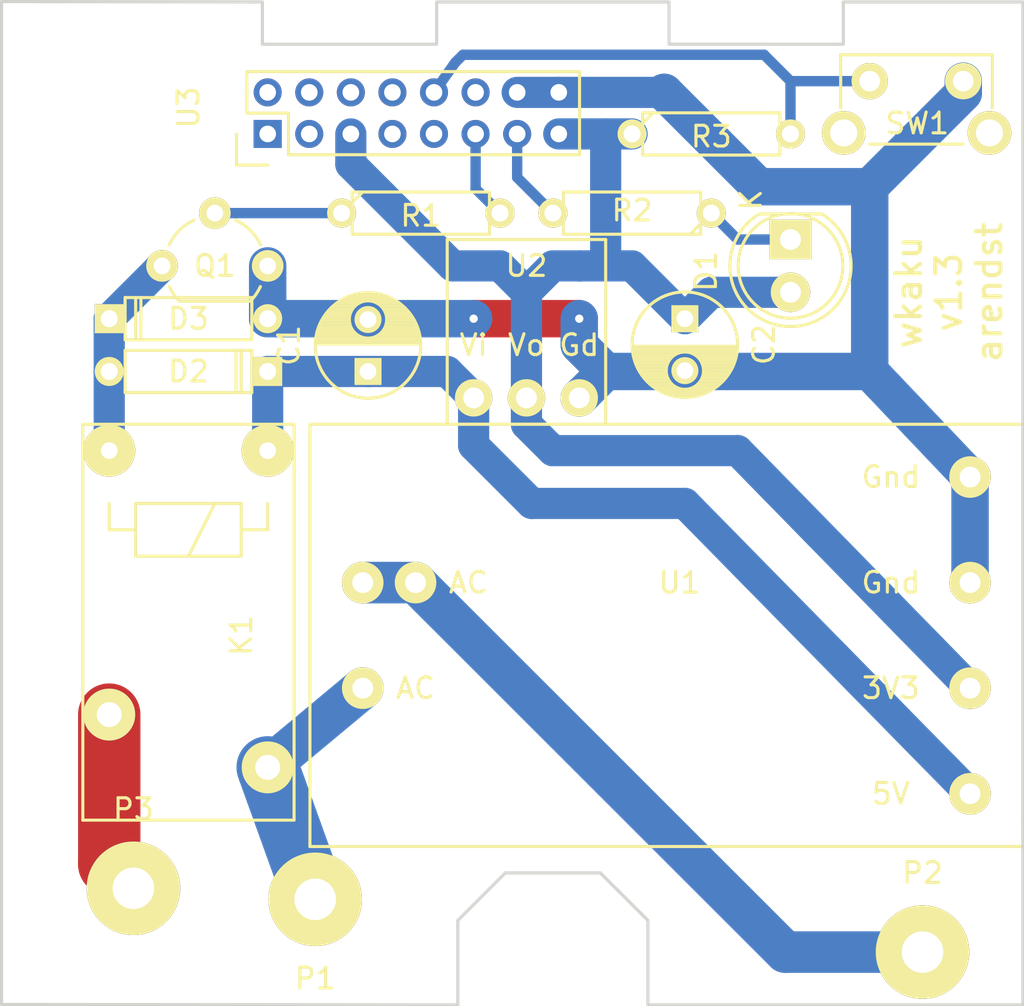
<source format=kicad_pcb>
(kicad_pcb (version 20171130) (host pcbnew "(5.1.12)-1")

  (general
    (thickness 1.6)
    (drawings 22)
    (tracks 77)
    (zones 0)
    (modules 17)
    (nets 22)
  )

  (page A4)
  (title_block
    (title wkaku)
    (date 2016-05-18)
    (rev 1.2)
    (company "Theo Arends")
  )

  (layers
    (0 F.Cu signal)
    (31 B.Cu signal)
    (32 B.Adhes user hide)
    (33 F.Adhes user hide)
    (34 B.Paste user hide)
    (35 F.Paste user hide)
    (36 B.SilkS user hide)
    (37 F.SilkS user hide)
    (38 B.Mask user)
    (39 F.Mask user hide)
    (40 Dwgs.User user hide)
    (41 Cmts.User user hide)
    (42 Eco1.User user hide)
    (43 Eco2.User user hide)
    (44 Edge.Cuts user)
    (45 Margin user hide)
    (46 B.CrtYd user hide)
    (47 F.CrtYd user)
    (48 B.Fab user hide)
    (49 F.Fab user hide)
  )

  (setup
    (last_trace_width 0.5)
    (trace_clearance 0.25)
    (zone_clearance 0.508)
    (zone_45_only no)
    (trace_min 0.25)
    (via_size 0.6)
    (via_drill 0.4)
    (via_min_size 0.4)
    (via_min_drill 0.3)
    (uvia_size 0.3)
    (uvia_drill 0.1)
    (uvias_allowed no)
    (uvia_min_size 0.2)
    (uvia_min_drill 0.1)
    (edge_width 0.15)
    (segment_width 0.2)
    (pcb_text_width 0.3)
    (pcb_text_size 1.5 1.5)
    (mod_edge_width 0.15)
    (mod_text_size 1 1)
    (mod_text_width 0.15)
    (pad_size 1.524 1.524)
    (pad_drill 0.762)
    (pad_to_mask_clearance 0.2)
    (aux_axis_origin 0 0)
    (grid_origin 182.88 142.24)
    (visible_elements 7FFFFFFF)
    (pcbplotparams
      (layerselection 0x010f0_80000001)
      (usegerberextensions true)
      (usegerberattributes true)
      (usegerberadvancedattributes true)
      (creategerberjobfile true)
      (excludeedgelayer true)
      (linewidth 0.100000)
      (plotframeref false)
      (viasonmask false)
      (mode 1)
      (useauxorigin false)
      (hpglpennumber 1)
      (hpglpenspeed 20)
      (hpglpendiameter 15.000000)
      (psnegative false)
      (psa4output false)
      (plotreference true)
      (plotvalue true)
      (plotinvisibletext false)
      (padsonsilk false)
      (subtractmaskfromsilk false)
      (outputformat 1)
      (mirror false)
      (drillshape 0)
      (scaleselection 1)
      (outputdirectory "gerbers/"))
  )

  (net 0 "")
  (net 1 /LED)
  (net 2 "Net-(D2-Pad2)")
  (net 3 +5V)
  (net 4 /LIFE)
  (net 5 "Net-(P2-Pad1)")
  (net 6 "Net-(Q1-Pad2)")
  (net 7 GND)
  (net 8 /RELAY)
  (net 9 +3V3)
  (net 10 /BUTTON)
  (net 11 "Net-(K1-Pad5)")
  (net 12 "Net-(U3-Pad1)")
  (net 13 "Net-(U3-Pad2)")
  (net 14 "Net-(U3-Pad4)")
  (net 15 "Net-(U3-Pad5)")
  (net 16 "Net-(U3-Pad22)")
  (net 17 "Net-(U3-Pad21)")
  (net 18 "Net-(U3-Pad20)")
  (net 19 "Net-(U3-Pad19)")
  (net 20 "Net-(U3-Pad17)")
  (net 21 "Net-(D1-Pad1)")

  (net_class Default "This is the default net class."
    (clearance 0.25)
    (trace_width 0.5)
    (via_dia 0.6)
    (via_drill 0.4)
    (uvia_dia 0.3)
    (uvia_drill 0.1)
    (add_net /BUTTON)
    (add_net /LED)
    (add_net /RELAY)
    (add_net "Net-(D1-Pad1)")
    (add_net "Net-(Q1-Pad2)")
    (add_net "Net-(U3-Pad1)")
    (add_net "Net-(U3-Pad17)")
    (add_net "Net-(U3-Pad19)")
    (add_net "Net-(U3-Pad2)")
    (add_net "Net-(U3-Pad20)")
    (add_net "Net-(U3-Pad21)")
    (add_net "Net-(U3-Pad22)")
    (add_net "Net-(U3-Pad4)")
    (add_net "Net-(U3-Pad5)")
  )

  (net_class AC ""
    (clearance 3)
    (trace_width 2)
    (via_dia 0.6)
    (via_drill 0.4)
    (uvia_dia 0.3)
    (uvia_drill 0.1)
    (add_net "Net-(P2-Pad1)")
  )

  (net_class Power ""
    (clearance 0.25)
    (trace_width 1.5)
    (via_dia 0.6)
    (via_drill 0.4)
    (uvia_dia 0.3)
    (uvia_drill 0.1)
    (add_net +3V3)
    (add_net +5V)
    (add_net GND)
    (add_net "Net-(D2-Pad2)")
  )

  (net_class Relay ""
    (clearance 3)
    (trace_width 3)
    (via_dia 0.6)
    (via_drill 0.4)
    (uvia_dia 0.3)
    (uvia_drill 0.1)
    (add_net /LIFE)
    (add_net "Net-(K1-Pad5)")
  )

  (module LEDs:LED-5MM (layer F.Cu) (tedit 5570F7EA) (tstamp 57372E3E)
    (at 177.8 107.95 270)
    (descr "LED 5mm round vertical")
    (tags "LED 5mm round vertical")
    (path /57334A96)
    (fp_text reference D1 (at 1.524 4.064 270) (layer F.SilkS)
      (effects (font (size 1 1) (thickness 0.15)))
    )
    (fp_text value LED (at 1.524 -3.937 270) (layer F.Fab)
      (effects (font (size 1 1) (thickness 0.15)))
    )
    (fp_circle (center 1.27 0) (end 0.97 -2.5) (layer F.SilkS) (width 0.15))
    (fp_line (start -1.23 1.5) (end -1.23 -1.5) (layer F.SilkS) (width 0.15))
    (fp_line (start -1.5 -1.55) (end -1.5 1.55) (layer F.CrtYd) (width 0.05))
    (fp_text user K (at -1.905 1.905 270) (layer F.SilkS)
      (effects (font (size 1 1) (thickness 0.15)))
    )
    (fp_arc (start 1.3 0) (end -1.5 1.55) (angle -302) (layer F.CrtYd) (width 0.05))
    (fp_arc (start 1.27 0) (end -1.23 -1.5) (angle 297.5) (layer F.SilkS) (width 0.15))
    (pad 1 thru_hole rect (at 0 0) (size 2 1.9) (drill 1.00076) (layers *.Cu *.Mask F.SilkS)
      (net 21 "Net-(D1-Pad1)"))
    (pad 2 thru_hole circle (at 2.54 0 270) (size 1.9 1.9) (drill 1.00076) (layers *.Cu *.Mask F.SilkS)
      (net 9 +3V3))
    (model LEDs.3dshapes/LED-5MM.wrl
      (offset (xyz 1.269999980926514 0 0))
      (scale (xyz 1 1 1))
      (rotate (xyz 0 0 90))
    )
  )

  (module Buttons_Switches_ThroughHole:SW_Tactile_SPST_Angled (layer F.Cu) (tedit 574D7A70) (tstamp 57372E7D)
    (at 181.61 100.33)
    (descr "tactile switch SPST right angle, 1825027-2")
    (tags "tactile switch SPST angled 1825027-2")
    (path /57334AF2)
    (fp_text reference SW1 (at 2.286 2.032) (layer F.SilkS)
      (effects (font (size 1 1) (thickness 0.15)))
    )
    (fp_text value SPST (at 2.286 2.032) (layer F.Fab)
      (effects (font (size 1 1) (thickness 0.15)))
    )
    (fp_line (start -1.397 -1.27) (end -1.397 1.3) (layer F.SilkS) (width 0.15))
    (fp_line (start 0 3.03) (end 4.5 3.03) (layer F.SilkS) (width 0.15))
    (fp_line (start 5.9 -1.27) (end 5.9 1.3) (layer F.SilkS) (width 0.15))
    (fp_line (start -1.397 -1.27) (end 5.9 -1.27) (layer F.SilkS) (width 0.15))
    (fp_line (start -2.5 3.8) (end -2.5 -1.5) (layer F.CrtYd) (width 0.05))
    (fp_line (start 7.05 3.8) (end -2.5 3.8) (layer F.CrtYd) (width 0.05))
    (fp_line (start 7.05 -1.5) (end 7.05 3.8) (layer F.CrtYd) (width 0.05))
    (fp_line (start -2.5 -1.5) (end 7.05 -1.5) (layer F.CrtYd) (width 0.05))
    (pad "" thru_hole circle (at 5.76 2.49) (size 2.1 2.1) (drill 1.3) (layers *.Cu *.Mask F.SilkS))
    (pad 2 thru_hole circle (at 4.5 0) (size 1.75 1.75) (drill 0.99) (layers *.Cu *.Mask F.SilkS)
      (net 7 GND))
    (pad 1 thru_hole circle (at 0 0) (size 1.75 1.75) (drill 0.99) (layers *.Cu *.Mask F.SilkS)
      (net 10 /BUTTON))
    (pad "" thru_hole circle (at -1.25 2.49) (size 2.1 2.1) (drill 1.3) (layers *.Cu *.Mask F.SilkS))
    (model Buttons_Switches_ThroughHole.3dshapes/SW_Tactile_SPST_Angled.wrl
      (offset (xyz 2.285999965667724 2.539999961853027 4.000499939918518))
      (scale (xyz 0.39 0.39 0.39))
      (rotate (xyz -90 0 180))
    )
  )

  (module TO_SOT_Packages_THT:TO-92_Molded_Wide (layer F.Cu) (tedit 574AECE2) (tstamp 5737416C)
    (at 147.574 109.22)
    (descr "TO-92 leads molded, wide, drill 0.8mm (see NXP sot054_po.pdf)")
    (tags "to-92 sc-43 sc-43a sot54 PA33 transistor")
    (path /57334907)
    (fp_text reference Q1 (at 2.54 0) (layer F.SilkS)
      (effects (font (size 1 1) (thickness 0.15)))
    )
    (fp_text value BC547 (at -1.016 -2.032) (layer F.Fab)
      (effects (font (size 1 1) (thickness 0.15)))
    )
    (fp_line (start 6.1 1.95) (end 6.1 -3.55) (layer F.CrtYd) (width 0.05))
    (fp_line (start -1 -3.55) (end 6.1 -3.55) (layer F.CrtYd) (width 0.05))
    (fp_line (start 0.84 1.7) (end 4.24 1.7) (layer F.SilkS) (width 0.15))
    (fp_line (start -1 1.95) (end 6.1 1.95) (layer F.CrtYd) (width 0.05))
    (fp_line (start -1 1.95) (end -1 -3.55) (layer F.CrtYd) (width 0.05))
    (fp_arc (start 2.54 0) (end 0.34 -1) (angle 41.11209044) (layer F.SilkS) (width 0.15))
    (fp_arc (start 2.54 0) (end 4.74 -1) (angle -41.11210221) (layer F.SilkS) (width 0.15))
    (fp_arc (start 2.54 0) (end 0.84 1.7) (angle 20.5) (layer F.SilkS) (width 0.15))
    (fp_arc (start 2.54 0) (end 4.24 1.7) (angle -20.5) (layer F.SilkS) (width 0.15))
    (pad 2 thru_hole circle (at 2.54 -2.54 90) (size 1.524 1.524) (drill 0.8) (layers *.Cu *.Mask F.SilkS)
      (net 6 "Net-(Q1-Pad2)"))
    (pad 3 thru_hole circle (at 5.08 0 90) (size 1.524 1.524) (drill 0.8) (layers *.Cu *.Mask F.SilkS)
      (net 7 GND))
    (pad 1 thru_hole circle (at 0 0 90) (size 1.524 1.524) (drill 0.8) (layers *.Cu *.Mask F.SilkS)
      (net 2 "Net-(D2-Pad2)"))
    (model TO_SOT_Packages_THT.3dshapes/TO-92_Molded_Wide.wrl
      (offset (xyz 2.539999961853027 0 0))
      (scale (xyz 1 1 1))
      (rotate (xyz 0 0 -90))
    )
  )

  (module wkaku:ESP-12_Pitch2.00mm (layer F.Cu) (tedit 573C6837) (tstamp 573AF467)
    (at 152.654 102.87 90)
    (descr "ESP12, 2.00mm pitch")
    (tags ESP12)
    (path /5735CAFC)
    (fp_text reference U3 (at 1.27 -3.81 90) (layer F.SilkS)
      (effects (font (size 1 1) (thickness 0.15)))
    )
    (fp_text value ESP-12E (at 1.27 -2.54 90) (layer F.Fab)
      (effects (font (size 1 1) (thickness 0.15)))
    )
    (fp_line (start -1.5 -1.5) (end 0 -1.5) (layer F.SilkS) (width 0.15))
    (fp_line (start -1.5 0) (end -1.5 -1.5) (layer F.SilkS) (width 0.15))
    (fp_line (start -1.6 15.6) (end -1.6 -1.6) (layer F.CrtYd) (width 0.05))
    (fp_line (start 3.6 15.6) (end -1.6 15.6) (layer F.CrtYd) (width 0.05))
    (fp_line (start 3.6 -1.6) (end 3.6 15.6) (layer F.CrtYd) (width 0.05))
    (fp_line (start -1.6 -1.6) (end 3.6 -1.6) (layer F.CrtYd) (width 0.05))
    (fp_line (start -1 15) (end -1 1) (layer F.SilkS) (width 0.15))
    (fp_line (start 3 15) (end -1 15) (layer F.SilkS) (width 0.15))
    (fp_line (start 3 1) (end 3 15) (layer F.SilkS) (width 0.15))
    (fp_line (start 3 -1) (end 3 1) (layer F.SilkS) (width 0.15))
    (fp_line (start 1 -1) (end 3 -1) (layer F.SilkS) (width 0.15))
    (fp_line (start 1 1) (end 1 -1) (layer F.SilkS) (width 0.15))
    (fp_line (start -1 1) (end 1 1) (layer F.SilkS) (width 0.15))
    (pad 1 thru_hole rect (at 0 0 90) (size 1.35 1.35) (drill 0.8) (layers *.Cu *.Mask)
      (net 12 "Net-(U3-Pad1)"))
    (pad 2 thru_hole circle (at 0 2 90) (size 1.35 1.35) (drill 0.8) (layers *.Cu *.Mask)
      (net 13 "Net-(U3-Pad2)"))
    (pad 3 thru_hole circle (at 0 4 90) (size 1.35 1.35) (drill 0.8) (layers *.Cu *.Mask)
      (net 9 +3V3))
    (pad 4 thru_hole circle (at 0 6 90) (size 1.35 1.35) (drill 0.8) (layers *.Cu *.Mask)
      (net 14 "Net-(U3-Pad4)"))
    (pad 5 thru_hole circle (at 0 8 90) (size 1.35 1.35) (drill 0.8) (layers *.Cu *.Mask)
      (net 15 "Net-(U3-Pad5)"))
    (pad 6 thru_hole circle (at 0 10 90) (size 1.35 1.35) (drill 0.8) (layers *.Cu *.Mask)
      (net 8 /RELAY))
    (pad 7 thru_hole circle (at 0 12 90) (size 1.35 1.35) (drill 0.8) (layers *.Cu *.Mask)
      (net 1 /LED))
    (pad 8 thru_hole circle (at 0 14 90) (size 1.35 1.35) (drill 0.8) (layers *.Cu *.Mask)
      (net 9 +3V3))
    (pad 22 thru_hole circle (at 2 0 90) (size 1.35 1.35) (drill 0.8) (layers *.Cu *.Mask)
      (net 16 "Net-(U3-Pad22)"))
    (pad 21 thru_hole circle (at 2 2 90) (size 1.35 1.35) (drill 0.8) (layers *.Cu *.Mask)
      (net 17 "Net-(U3-Pad21)"))
    (pad 20 thru_hole circle (at 2 4 90) (size 1.35 1.35) (drill 0.8) (layers *.Cu *.Mask)
      (net 18 "Net-(U3-Pad20)"))
    (pad 19 thru_hole circle (at 2 6 90) (size 1.35 1.35) (drill 0.8) (layers *.Cu *.Mask)
      (net 19 "Net-(U3-Pad19)"))
    (pad 18 thru_hole circle (at 2 8 90) (size 1.35 1.35) (drill 0.8) (layers *.Cu *.Mask)
      (net 10 /BUTTON))
    (pad 17 thru_hole circle (at 2 10 90) (size 1.35 1.35) (drill 0.8) (layers *.Cu *.Mask)
      (net 20 "Net-(U3-Pad17)"))
    (pad 16 thru_hole circle (at 2 12 90) (size 1.35 1.35) (drill 0.8) (layers *.Cu *.Mask)
      (net 7 GND))
    (pad 15 thru_hole circle (at 2 14 90) (size 1.35 1.35) (drill 0.8) (layers *.Cu *.Mask)
      (net 7 GND))
    (model Pin_Headers.3dshapes/Pin_Header_Straight_2x08_Pitch2.00mm.wrl
      (at (xyz 0 0 0))
      (scale (xyz 1 1 1))
      (rotate (xyz 0 0 0))
    )
  )

  (module Discret:D3 (layer F.Cu) (tedit 0) (tstamp 573AF9A3)
    (at 148.844 114.3)
    (descr "Diode 3 pas")
    (tags "DIODE DEV")
    (path /5733542A)
    (fp_text reference D2 (at 0 0) (layer F.SilkS)
      (effects (font (size 1 1) (thickness 0.15)))
    )
    (fp_text value 1N4007 (at 0 0) (layer F.Fab)
      (effects (font (size 1 1) (thickness 0.15)))
    )
    (fp_line (start 2.286 1.016) (end 2.286 -1.016) (layer F.SilkS) (width 0.15))
    (fp_line (start 2.54 -1.016) (end 2.54 1.016) (layer F.SilkS) (width 0.15))
    (fp_line (start 3.048 1.016) (end 3.048 0) (layer F.SilkS) (width 0.15))
    (fp_line (start -3.048 1.016) (end 3.048 1.016) (layer F.SilkS) (width 0.15))
    (fp_line (start -3.048 0) (end -3.048 1.016) (layer F.SilkS) (width 0.15))
    (fp_line (start -3.048 0) (end -3.81 0) (layer F.SilkS) (width 0.15))
    (fp_line (start -3.048 -1.016) (end -3.048 0) (layer F.SilkS) (width 0.15))
    (fp_line (start 3.048 -1.016) (end -3.048 -1.016) (layer F.SilkS) (width 0.15))
    (fp_line (start 3.048 0) (end 3.048 -1.016) (layer F.SilkS) (width 0.15))
    (fp_line (start 3.81 0) (end 3.048 0) (layer F.SilkS) (width 0.15))
    (pad 1 thru_hole rect (at 3.81 0) (size 1.397 1.397) (drill 0.8128) (layers *.Cu *.Mask F.SilkS)
      (net 3 +5V))
    (pad 2 thru_hole circle (at -3.81 0) (size 1.397 1.397) (drill 0.8128) (layers *.Cu *.Mask F.SilkS)
      (net 2 "Net-(D2-Pad2)"))
    (model Discret.3dshapes/D3.wrl
      (at (xyz 0 0 0))
      (scale (xyz 0.3 0.3 0.3))
      (rotate (xyz 0 0 0))
    )
  )

  (module Discret:D3 (layer F.Cu) (tedit 0) (tstamp 573AF9A8)
    (at 148.844 111.76 180)
    (descr "Diode 3 pas")
    (tags "DIODE DEV")
    (path /573B05C9)
    (fp_text reference D3 (at 0 0 180) (layer F.SilkS)
      (effects (font (size 1 1) (thickness 0.15)))
    )
    (fp_text value 1N4007 (at 0 0 180) (layer F.Fab)
      (effects (font (size 1 1) (thickness 0.15)))
    )
    (fp_line (start 2.286 1.016) (end 2.286 -1.016) (layer F.SilkS) (width 0.15))
    (fp_line (start 2.54 -1.016) (end 2.54 1.016) (layer F.SilkS) (width 0.15))
    (fp_line (start 3.048 1.016) (end 3.048 0) (layer F.SilkS) (width 0.15))
    (fp_line (start -3.048 1.016) (end 3.048 1.016) (layer F.SilkS) (width 0.15))
    (fp_line (start -3.048 0) (end -3.048 1.016) (layer F.SilkS) (width 0.15))
    (fp_line (start -3.048 0) (end -3.81 0) (layer F.SilkS) (width 0.15))
    (fp_line (start -3.048 -1.016) (end -3.048 0) (layer F.SilkS) (width 0.15))
    (fp_line (start 3.048 -1.016) (end -3.048 -1.016) (layer F.SilkS) (width 0.15))
    (fp_line (start 3.048 0) (end 3.048 -1.016) (layer F.SilkS) (width 0.15))
    (fp_line (start 3.81 0) (end 3.048 0) (layer F.SilkS) (width 0.15))
    (pad 1 thru_hole rect (at 3.81 0 180) (size 1.397 1.397) (drill 0.8128) (layers *.Cu *.Mask F.SilkS)
      (net 2 "Net-(D2-Pad2)"))
    (pad 2 thru_hole circle (at -3.81 0 180) (size 1.397 1.397) (drill 0.8128) (layers *.Cu *.Mask F.SilkS)
      (net 7 GND))
    (model Discret.3dshapes/D3.wrl
      (at (xyz 0 0 0))
      (scale (xyz 0.3 0.3 0.3))
      (rotate (xyz 0 0 0))
    )
  )

  (module wkaku:Relay_SPST (layer F.Cu) (tedit 573B1729) (tstamp 573B2409)
    (at 145.034 118.11 270)
    (descr "Relay, SPST, OJE-SH-DM, 5A250VAC")
    (tags "Relay, SPST,  OJE-SH-DM, 5A 250V AC, Reais. 1 x ein,")
    (path /573B0157)
    (fp_text reference K1 (at 8.89 -6.35 270) (layer F.SilkS)
      (effects (font (size 1 1) (thickness 0.15)))
    )
    (fp_text value RELAY_SPST (at 8.89 -2.54 270) (layer F.Fab)
      (effects (font (size 1 1) (thickness 0.15)))
    )
    (fp_line (start 2.54 -6.35) (end 3.81 -6.35) (layer F.SilkS) (width 0.15))
    (fp_line (start 2.54 -1.27) (end 2.54 -6.35) (layer F.SilkS) (width 0.15))
    (fp_line (start 5.08 -1.27) (end 2.54 -1.27) (layer F.SilkS) (width 0.15))
    (fp_line (start 5.08 -6.35) (end 5.08 -1.27) (layer F.SilkS) (width 0.15))
    (fp_line (start 3.81 -6.35) (end 5.08 -6.35) (layer F.SilkS) (width 0.15))
    (fp_line (start 3.81 -7.62) (end 3.81 -6.35) (layer F.SilkS) (width 0.15))
    (fp_line (start 2.54 -7.62) (end 3.81 -7.62) (layer F.SilkS) (width 0.15))
    (fp_line (start 3.81 0) (end 2.54 0) (layer F.SilkS) (width 0.15))
    (fp_line (start 3.81 -1.27) (end 3.81 0) (layer F.SilkS) (width 0.15))
    (fp_line (start 2.54 -5.08) (end 5.08 -3.81) (layer F.SilkS) (width 0.15))
    (fp_line (start -1.27 1.27) (end -1.27 -8.89) (layer F.SilkS) (width 0.15))
    (fp_line (start 17.78 1.27) (end -1.27 1.27) (layer F.SilkS) (width 0.15))
    (fp_line (start 17.78 -8.89) (end 17.78 1.27) (layer F.SilkS) (width 0.15))
    (fp_line (start -1.27 -8.89) (end 17.78 -8.89) (layer F.SilkS) (width 0.15))
    (pad A1 thru_hole circle (at 0 -7.62 270) (size 2.5 2.5) (drill 0.8) (layers *.Cu *.Mask F.SilkS)
      (net 3 +5V))
    (pad A2 thru_hole circle (at 0 0 270) (size 2.5 2.5) (drill 0.8) (layers *.Cu *.Mask F.SilkS)
      (net 2 "Net-(D2-Pad2)"))
    (pad 7 thru_hole circle (at 15.24 -7.62 270) (size 2.5 2.5) (drill 1.19888) (layers *.Cu *.Mask F.SilkS)
      (net 4 /LIFE))
    (pad 5 thru_hole circle (at 12.7 0 270) (size 2.5 2.5) (drill 1.19888) (layers *.Cu *.Mask F.SilkS)
      (net 11 "Net-(K1-Pad5)"))
  )

  (module Discret:R3 (layer F.Cu) (tedit 0) (tstamp 573B2410)
    (at 160.02 106.68)
    (descr "Resitance 3 pas")
    (tags R)
    (path /573349FA)
    (fp_text reference R1 (at 0 0.127) (layer F.SilkS)
      (effects (font (size 1 1) (thickness 0.15)))
    )
    (fp_text value 1k (at 0 0.127) (layer F.Fab)
      (effects (font (size 1 1) (thickness 0.15)))
    )
    (fp_line (start -3.302 -0.508) (end -2.794 -1.016) (layer F.SilkS) (width 0.15))
    (fp_line (start 3.302 1.016) (end 3.302 0) (layer F.SilkS) (width 0.15))
    (fp_line (start -3.302 1.016) (end 3.302 1.016) (layer F.SilkS) (width 0.15))
    (fp_line (start -3.302 -1.016) (end -3.302 1.016) (layer F.SilkS) (width 0.15))
    (fp_line (start 3.302 -1.016) (end -3.302 -1.016) (layer F.SilkS) (width 0.15))
    (fp_line (start 3.302 0) (end 3.302 -1.016) (layer F.SilkS) (width 0.15))
    (fp_line (start 3.81 0) (end 3.302 0) (layer F.SilkS) (width 0.15))
    (fp_line (start -3.81 0) (end -3.302 0) (layer F.SilkS) (width 0.15))
    (pad 1 thru_hole circle (at -3.81 0) (size 1.397 1.397) (drill 0.8128) (layers *.Cu *.Mask F.SilkS)
      (net 6 "Net-(Q1-Pad2)"))
    (pad 2 thru_hole circle (at 3.81 0) (size 1.397 1.397) (drill 0.8128) (layers *.Cu *.Mask F.SilkS)
      (net 8 /RELAY))
    (model Discret.3dshapes/R3.wrl
      (at (xyz 0 0 0))
      (scale (xyz 0.3 0.3 0.3))
      (rotate (xyz 0 0 0))
    )
  )

  (module Discret:R3 (layer F.Cu) (tedit 0) (tstamp 573B2415)
    (at 170.18 106.68 180)
    (descr "Resitance 3 pas")
    (tags R)
    (path /57334D84)
    (fp_text reference R2 (at 0 0.127 180) (layer F.SilkS)
      (effects (font (size 1 1) (thickness 0.15)))
    )
    (fp_text value 1k (at 0 0.127 180) (layer F.Fab)
      (effects (font (size 1 1) (thickness 0.15)))
    )
    (fp_line (start -3.302 -0.508) (end -2.794 -1.016) (layer F.SilkS) (width 0.15))
    (fp_line (start 3.302 1.016) (end 3.302 0) (layer F.SilkS) (width 0.15))
    (fp_line (start -3.302 1.016) (end 3.302 1.016) (layer F.SilkS) (width 0.15))
    (fp_line (start -3.302 -1.016) (end -3.302 1.016) (layer F.SilkS) (width 0.15))
    (fp_line (start 3.302 -1.016) (end -3.302 -1.016) (layer F.SilkS) (width 0.15))
    (fp_line (start 3.302 0) (end 3.302 -1.016) (layer F.SilkS) (width 0.15))
    (fp_line (start 3.81 0) (end 3.302 0) (layer F.SilkS) (width 0.15))
    (fp_line (start -3.81 0) (end -3.302 0) (layer F.SilkS) (width 0.15))
    (pad 1 thru_hole circle (at -3.81 0 180) (size 1.397 1.397) (drill 0.8128) (layers *.Cu *.Mask F.SilkS)
      (net 21 "Net-(D1-Pad1)"))
    (pad 2 thru_hole circle (at 3.81 0 180) (size 1.397 1.397) (drill 0.8128) (layers *.Cu *.Mask F.SilkS)
      (net 1 /LED))
    (model Discret.3dshapes/R3.wrl
      (at (xyz 0 0 0))
      (scale (xyz 0.3 0.3 0.3))
      (rotate (xyz 0 0 0))
    )
  )

  (module Capacitors_ThroughHole:C_Radial_D5_L11_P2.5 (layer F.Cu) (tedit 0) (tstamp 573C34E7)
    (at 157.48 114.3 90)
    (descr "Radial Electrolytic Capacitor Diameter 5mm x Length 11mm, Pitch 2.5mm")
    (tags "Electrolytic Capacitor")
    (path /573C391A)
    (fp_text reference C1 (at 1.25 -3.8 90) (layer F.SilkS)
      (effects (font (size 1 1) (thickness 0.15)))
    )
    (fp_text value 100uF (at 1.25 3.8 90) (layer F.Fab)
      (effects (font (size 1 1) (thickness 0.15)))
    )
    (fp_circle (center 1.25 0) (end 1.25 -2.8) (layer F.CrtYd) (width 0.05))
    (fp_circle (center 1.25 0) (end 1.25 -2.5375) (layer F.SilkS) (width 0.15))
    (fp_circle (center 2.5 0) (end 2.5 -0.9) (layer F.SilkS) (width 0.15))
    (fp_line (start 3.705 -0.472) (end 3.705 0.472) (layer F.SilkS) (width 0.15))
    (fp_line (start 3.565 -0.944) (end 3.565 0.944) (layer F.SilkS) (width 0.15))
    (fp_line (start 3.425 -1.233) (end 3.425 1.233) (layer F.SilkS) (width 0.15))
    (fp_line (start 3.285 0.44) (end 3.285 1.452) (layer F.SilkS) (width 0.15))
    (fp_line (start 3.285 -1.452) (end 3.285 -0.44) (layer F.SilkS) (width 0.15))
    (fp_line (start 3.145 0.628) (end 3.145 1.631) (layer F.SilkS) (width 0.15))
    (fp_line (start 3.145 -1.631) (end 3.145 -0.628) (layer F.SilkS) (width 0.15))
    (fp_line (start 3.005 0.745) (end 3.005 1.78) (layer F.SilkS) (width 0.15))
    (fp_line (start 3.005 -1.78) (end 3.005 -0.745) (layer F.SilkS) (width 0.15))
    (fp_line (start 2.865 0.823) (end 2.865 1.908) (layer F.SilkS) (width 0.15))
    (fp_line (start 2.865 -1.908) (end 2.865 -0.823) (layer F.SilkS) (width 0.15))
    (fp_line (start 2.725 0.871) (end 2.725 2.019) (layer F.SilkS) (width 0.15))
    (fp_line (start 2.725 -2.019) (end 2.725 -0.871) (layer F.SilkS) (width 0.15))
    (fp_line (start 2.585 0.896) (end 2.585 2.114) (layer F.SilkS) (width 0.15))
    (fp_line (start 2.585 -2.114) (end 2.585 -0.896) (layer F.SilkS) (width 0.15))
    (fp_line (start 2.445 0.898) (end 2.445 2.196) (layer F.SilkS) (width 0.15))
    (fp_line (start 2.445 -2.196) (end 2.445 -0.898) (layer F.SilkS) (width 0.15))
    (fp_line (start 2.305 0.879) (end 2.305 2.266) (layer F.SilkS) (width 0.15))
    (fp_line (start 2.305 -2.266) (end 2.305 -0.879) (layer F.SilkS) (width 0.15))
    (fp_line (start 2.165 0.835) (end 2.165 2.327) (layer F.SilkS) (width 0.15))
    (fp_line (start 2.165 -2.327) (end 2.165 -0.835) (layer F.SilkS) (width 0.15))
    (fp_line (start 2.025 0.764) (end 2.025 2.377) (layer F.SilkS) (width 0.15))
    (fp_line (start 2.025 -2.377) (end 2.025 -0.764) (layer F.SilkS) (width 0.15))
    (fp_line (start 1.885 0.657) (end 1.885 2.418) (layer F.SilkS) (width 0.15))
    (fp_line (start 1.885 -2.418) (end 1.885 -0.657) (layer F.SilkS) (width 0.15))
    (fp_line (start 1.745 0.49) (end 1.745 2.451) (layer F.SilkS) (width 0.15))
    (fp_line (start 1.745 -2.451) (end 1.745 -0.49) (layer F.SilkS) (width 0.15))
    (fp_line (start 1.605 0.095) (end 1.605 2.475) (layer F.SilkS) (width 0.15))
    (fp_line (start 1.605 -2.475) (end 1.605 -0.095) (layer F.SilkS) (width 0.15))
    (fp_line (start 1.465 -2.491) (end 1.465 2.491) (layer F.SilkS) (width 0.15))
    (fp_line (start 1.325 -2.499) (end 1.325 2.499) (layer F.SilkS) (width 0.15))
    (pad 1 thru_hole rect (at 0 0 90) (size 1.3 1.3) (drill 0.8) (layers *.Cu *.Mask F.SilkS)
      (net 3 +5V))
    (pad 2 thru_hole circle (at 2.5 0 90) (size 1.3 1.3) (drill 0.8) (layers *.Cu *.Mask F.SilkS)
      (net 7 GND))
    (model Capacitors_ThroughHole.3dshapes/C_Radial_D5_L11_P2.5.wrl
      (offset (xyz 1.25001018122673 0 0))
      (scale (xyz 1 1 1))
      (rotate (xyz 0 0 90))
    )
  )

  (module Capacitors_ThroughHole:C_Radial_D5_L11_P2.5 (layer F.Cu) (tedit 0) (tstamp 573C37C9)
    (at 172.72 111.76 270)
    (descr "Radial Electrolytic Capacitor Diameter 5mm x Length 11mm, Pitch 2.5mm")
    (tags "Electrolytic Capacitor")
    (path /573C558B)
    (fp_text reference C2 (at 1.25 -3.8 270) (layer F.SilkS)
      (effects (font (size 1 1) (thickness 0.15)))
    )
    (fp_text value 100uF (at 1.25 3.8 270) (layer F.Fab)
      (effects (font (size 1 1) (thickness 0.15)))
    )
    (fp_circle (center 1.25 0) (end 1.25 -2.8) (layer F.CrtYd) (width 0.05))
    (fp_circle (center 1.25 0) (end 1.25 -2.5375) (layer F.SilkS) (width 0.15))
    (fp_circle (center 2.5 0) (end 2.5 -0.9) (layer F.SilkS) (width 0.15))
    (fp_line (start 3.705 -0.472) (end 3.705 0.472) (layer F.SilkS) (width 0.15))
    (fp_line (start 3.565 -0.944) (end 3.565 0.944) (layer F.SilkS) (width 0.15))
    (fp_line (start 3.425 -1.233) (end 3.425 1.233) (layer F.SilkS) (width 0.15))
    (fp_line (start 3.285 0.44) (end 3.285 1.452) (layer F.SilkS) (width 0.15))
    (fp_line (start 3.285 -1.452) (end 3.285 -0.44) (layer F.SilkS) (width 0.15))
    (fp_line (start 3.145 0.628) (end 3.145 1.631) (layer F.SilkS) (width 0.15))
    (fp_line (start 3.145 -1.631) (end 3.145 -0.628) (layer F.SilkS) (width 0.15))
    (fp_line (start 3.005 0.745) (end 3.005 1.78) (layer F.SilkS) (width 0.15))
    (fp_line (start 3.005 -1.78) (end 3.005 -0.745) (layer F.SilkS) (width 0.15))
    (fp_line (start 2.865 0.823) (end 2.865 1.908) (layer F.SilkS) (width 0.15))
    (fp_line (start 2.865 -1.908) (end 2.865 -0.823) (layer F.SilkS) (width 0.15))
    (fp_line (start 2.725 0.871) (end 2.725 2.019) (layer F.SilkS) (width 0.15))
    (fp_line (start 2.725 -2.019) (end 2.725 -0.871) (layer F.SilkS) (width 0.15))
    (fp_line (start 2.585 0.896) (end 2.585 2.114) (layer F.SilkS) (width 0.15))
    (fp_line (start 2.585 -2.114) (end 2.585 -0.896) (layer F.SilkS) (width 0.15))
    (fp_line (start 2.445 0.898) (end 2.445 2.196) (layer F.SilkS) (width 0.15))
    (fp_line (start 2.445 -2.196) (end 2.445 -0.898) (layer F.SilkS) (width 0.15))
    (fp_line (start 2.305 0.879) (end 2.305 2.266) (layer F.SilkS) (width 0.15))
    (fp_line (start 2.305 -2.266) (end 2.305 -0.879) (layer F.SilkS) (width 0.15))
    (fp_line (start 2.165 0.835) (end 2.165 2.327) (layer F.SilkS) (width 0.15))
    (fp_line (start 2.165 -2.327) (end 2.165 -0.835) (layer F.SilkS) (width 0.15))
    (fp_line (start 2.025 0.764) (end 2.025 2.377) (layer F.SilkS) (width 0.15))
    (fp_line (start 2.025 -2.377) (end 2.025 -0.764) (layer F.SilkS) (width 0.15))
    (fp_line (start 1.885 0.657) (end 1.885 2.418) (layer F.SilkS) (width 0.15))
    (fp_line (start 1.885 -2.418) (end 1.885 -0.657) (layer F.SilkS) (width 0.15))
    (fp_line (start 1.745 0.49) (end 1.745 2.451) (layer F.SilkS) (width 0.15))
    (fp_line (start 1.745 -2.451) (end 1.745 -0.49) (layer F.SilkS) (width 0.15))
    (fp_line (start 1.605 0.095) (end 1.605 2.475) (layer F.SilkS) (width 0.15))
    (fp_line (start 1.605 -2.475) (end 1.605 -0.095) (layer F.SilkS) (width 0.15))
    (fp_line (start 1.465 -2.491) (end 1.465 2.491) (layer F.SilkS) (width 0.15))
    (fp_line (start 1.325 -2.499) (end 1.325 2.499) (layer F.SilkS) (width 0.15))
    (pad 1 thru_hole rect (at 0 0 270) (size 1.3 1.3) (drill 0.8) (layers *.Cu *.Mask F.SilkS)
      (net 9 +3V3))
    (pad 2 thru_hole circle (at 2.5 0 270) (size 1.3 1.3) (drill 0.8) (layers *.Cu *.Mask F.SilkS)
      (net 7 GND))
    (model Capacitors_ThroughHole.3dshapes/C_Radial_D5_L11_P2.5.wrl
      (offset (xyz 1.25001018122673 0 0))
      (scale (xyz 1 1 1))
      (rotate (xyz 0 0 90))
    )
  )

  (module Discret:R3 (layer F.Cu) (tedit 0) (tstamp 573C3EBF)
    (at 173.99 102.87)
    (descr "Resitance 3 pas")
    (tags R)
    (path /573C623E)
    (fp_text reference R3 (at 0 0.127) (layer F.SilkS)
      (effects (font (size 1 1) (thickness 0.15)))
    )
    (fp_text value 10k (at 0 0.127) (layer F.Fab)
      (effects (font (size 1 1) (thickness 0.15)))
    )
    (fp_line (start -3.302 -0.508) (end -2.794 -1.016) (layer F.SilkS) (width 0.15))
    (fp_line (start 3.302 1.016) (end 3.302 0) (layer F.SilkS) (width 0.15))
    (fp_line (start -3.302 1.016) (end 3.302 1.016) (layer F.SilkS) (width 0.15))
    (fp_line (start -3.302 -1.016) (end -3.302 1.016) (layer F.SilkS) (width 0.15))
    (fp_line (start 3.302 -1.016) (end -3.302 -1.016) (layer F.SilkS) (width 0.15))
    (fp_line (start 3.302 0) (end 3.302 -1.016) (layer F.SilkS) (width 0.15))
    (fp_line (start 3.81 0) (end 3.302 0) (layer F.SilkS) (width 0.15))
    (fp_line (start -3.81 0) (end -3.302 0) (layer F.SilkS) (width 0.15))
    (pad 1 thru_hole circle (at -3.81 0) (size 1.397 1.397) (drill 0.8128) (layers *.Cu *.Mask F.SilkS)
      (net 9 +3V3))
    (pad 2 thru_hole circle (at 3.81 0) (size 1.397 1.397) (drill 0.8128) (layers *.Cu *.Mask F.SilkS)
      (net 10 /BUTTON))
    (model Discret.3dshapes/R3.wrl
      (at (xyz 0 0 0))
      (scale (xyz 0.3 0.3 0.3))
      (rotate (xyz 0 0 0))
    )
  )

  (module Wire_Pads:SolderWirePad_single_2mmDrill (layer F.Cu) (tedit 574AEC7F) (tstamp 574AE6B5)
    (at 154.94 139.7)
    (path /5736FF20)
    (fp_text reference P1 (at 0 3.81) (layer F.SilkS)
      (effects (font (size 1 1) (thickness 0.15)))
    )
    (fp_text value Li (at -0.635 3.81) (layer F.Fab)
      (effects (font (size 1 1) (thickness 0.15)))
    )
    (pad 1 thru_hole circle (at 0 0) (size 4.50088 4.50088) (drill 1.99898) (layers *.Cu *.Mask F.SilkS)
      (net 4 /LIFE))
  )

  (module Wire_Pads:SolderWirePad_single_2mmDrill (layer F.Cu) (tedit 574AECA3) (tstamp 574AE6B9)
    (at 184.15 142.24)
    (path /5736FF6F)
    (fp_text reference P2 (at 0 -3.81) (layer F.SilkS)
      (effects (font (size 1 1) (thickness 0.15)))
    )
    (fp_text value N (at 0 -3.81) (layer F.Fab)
      (effects (font (size 1 1) (thickness 0.15)))
    )
    (pad 1 thru_hole circle (at 0 0) (size 4.50088 4.50088) (drill 1.99898) (layers *.Cu *.Mask F.SilkS)
      (net 5 "Net-(P2-Pad1)"))
  )

  (module Wire_Pads:SolderWirePad_single_2mmDrill (layer F.Cu) (tedit 574AEC8C) (tstamp 574AE6BD)
    (at 146.19732 139.16914)
    (path /5736FFBC)
    (fp_text reference P3 (at 0 -3.81) (layer F.SilkS)
      (effects (font (size 1 1) (thickness 0.15)))
    )
    (fp_text value Lo (at 0 -3.81) (layer F.Fab)
      (effects (font (size 1 1) (thickness 0.15)))
    )
    (pad 1 thru_hole circle (at 0 0) (size 4.50088 4.50088) (drill 1.99898) (layers *.Cu *.Mask F.SilkS)
      (net 11 "Net-(K1-Pad5)"))
  )

  (module wkaku:ACDC_Options (layer F.Cu) (tedit 574AD74E) (tstamp 574AE6D9)
    (at 157.226 129.54)
    (path /573C8584)
    (fp_text reference U1 (at 15.24 -5.08) (layer F.SilkS)
      (effects (font (size 1 1) (thickness 0.15)))
    )
    (fp_text value ACDC_Opt2 (at 15.24 0) (layer F.Fab)
      (effects (font (size 1 1) (thickness 0.15)))
    )
    (fp_line (start 31.75 -11.43) (end 31.75 6.35) (layer F.SilkS) (width 0.15))
    (fp_line (start -2.54 6.35) (end -2.54 -11.43) (layer F.SilkS) (width 0.15))
    (fp_line (start -2.54 -12.7) (end -2.54 -11.43) (layer F.SilkS) (width 0.15))
    (fp_line (start 31.75 -12.7) (end -2.54 -12.7) (layer F.SilkS) (width 0.15))
    (fp_line (start 31.75 -11.43) (end 31.75 -12.7) (layer F.SilkS) (width 0.15))
    (fp_line (start -2.54 7.62) (end -2.54 6.35) (layer F.SilkS) (width 0.15))
    (fp_line (start 31.75 7.62) (end -2.54 7.62) (layer F.SilkS) (width 0.15))
    (fp_line (start 31.75 6.35) (end 31.75 7.62) (layer F.SilkS) (width 0.15))
    (fp_text user 3V3 (at 25.4 0) (layer F.SilkS)
      (effects (font (size 1 1) (thickness 0.15)))
    )
    (fp_text user Gnd (at 25.4 -5.08) (layer F.SilkS)
      (effects (font (size 1 1) (thickness 0.15)))
    )
    (fp_text user AC (at 2.54 0) (layer F.SilkS)
      (effects (font (size 1 1) (thickness 0.15)))
    )
    (fp_text user AC (at 5.08 -5.08) (layer F.SilkS)
      (effects (font (size 1 1) (thickness 0.15)))
    )
    (fp_text user Gnd (at 25.4 -10.16) (layer F.SilkS)
      (effects (font (size 1 1) (thickness 0.15)))
    )
    (fp_text user 5V (at 25.4 5.08) (layer F.SilkS)
      (effects (font (size 1 1) (thickness 0.15)))
    )
    (pad 4 thru_hole circle (at 29.21 0) (size 2 2) (drill 1) (layers *.Cu *.Mask F.SilkS)
      (net 9 +3V3))
    (pad 7 thru_hole circle (at 2.54 -5.08) (size 2 2) (drill 1) (layers *.Cu *.Mask F.SilkS)
      (net 5 "Net-(P2-Pad1)"))
    (pad 6 thru_hole circle (at 29.21 -5.08) (size 2 2) (drill 1) (layers *.Cu *.Mask F.SilkS)
      (net 7 GND))
    (pad 1 thru_hole circle (at 0 0) (size 2 2) (drill 1) (layers *.Cu *.Mask F.SilkS)
      (net 4 /LIFE))
    (pad 2 thru_hole circle (at 0 -5.08) (size 2 2) (drill 1) (layers *.Cu *.Mask F.SilkS)
      (net 5 "Net-(P2-Pad1)"))
    (pad 5 thru_hole circle (at 29.21 -10.16) (size 2 2) (drill 1) (layers *.Cu *.Mask F.SilkS)
      (net 7 GND))
    (pad 3 thru_hole circle (at 29.21 5.08) (size 2 2) (drill 1) (layers *.Cu *.Mask F.SilkS)
      (net 3 +5V))
  )

  (module wkaku:AMS1117 (layer F.Cu) (tedit 574AC5D0) (tstamp 574AE6E7)
    (at 165.1 115.57)
    (path /573B216F)
    (fp_text reference U2 (at 0 -6.35) (layer F.SilkS)
      (effects (font (size 1 1) (thickness 0.15)))
    )
    (fp_text value AMS1117 (at 0 -5.08) (layer F.Fab)
      (effects (font (size 1 1) (thickness 0.15)))
    )
    (fp_line (start -3.81 -7.62) (end -3.81 1.27) (layer F.SilkS) (width 0.15))
    (fp_line (start 3.81 -7.62) (end -3.81 -7.62) (layer F.SilkS) (width 0.15))
    (fp_line (start 3.81 1.27) (end 3.81 -7.62) (layer F.SilkS) (width 0.15))
    (fp_line (start -3.81 1.27) (end 3.81 1.27) (layer F.SilkS) (width 0.15))
    (fp_text user Vi (at -2.54 -2.54) (layer F.SilkS)
      (effects (font (size 1 1) (thickness 0.15)))
    )
    (fp_text user Vo (at 0 -2.54) (layer F.SilkS)
      (effects (font (size 1 1) (thickness 0.15)))
    )
    (fp_text user Gd (at 2.54 -2.54) (layer F.SilkS)
      (effects (font (size 1 1) (thickness 0.15)))
    )
    (pad 2 thru_hole circle (at 0 0) (size 1.8 1.8) (drill 1) (layers *.Cu *.Mask F.SilkS)
      (net 9 +3V3))
    (pad 1 thru_hole circle (at 2.54 0) (size 1.8 1.8) (drill 1) (layers *.Cu *.Mask F.SilkS)
      (net 7 GND))
    (pad 3 thru_hole circle (at -2.54 0) (size 1.8 1.8) (drill 1) (layers *.Cu *.Mask F.SilkS)
      (net 3 +5V))
  )

  (gr_line (start 161.798 140.716) (end 161.798 144.78) (angle 90) (layer Edge.Cuts) (width 0.15))
  (gr_line (start 170.942 140.716) (end 170.942 144.78) (angle 90) (layer Edge.Cuts) (width 0.15))
  (gr_line (start 164.084 138.43) (end 161.798 140.716) (angle 90) (layer Edge.Cuts) (width 0.15))
  (gr_line (start 168.656 138.43) (end 164.084 138.43) (angle 90) (layer Edge.Cuts) (width 0.15))
  (gr_line (start 170.942 140.716) (end 168.656 138.43) (angle 90) (layer Edge.Cuts) (width 0.15))
  (gr_line (start 139.85494 96.49968) (end 152.4 96.52) (angle 90) (layer Edge.Cuts) (width 0.15))
  (gr_line (start 139.85494 144.75968) (end 161.798 144.78) (angle 90) (layer Edge.Cuts) (width 0.15))
  (gr_line (start 139.85494 96.49968) (end 139.85494 144.75968) (angle 90) (layer Edge.Cuts) (width 0.15))
  (gr_line (start 170.942 144.78) (end 188.976 144.78) (angle 90) (layer Edge.Cuts) (width 0.15))
  (gr_line (start 180.34 96.52) (end 188.976 96.52) (angle 90) (layer Edge.Cuts) (width 0.15))
  (gr_line (start 188.976 96.52) (end 188.976 144.78) (angle 90) (layer Edge.Cuts) (width 0.15))
  (gr_line (start 152.4 96.52) (end 152.4 98.552) (angle 90) (layer Edge.Cuts) (width 0.15))
  (gr_line (start 160.782 96.52) (end 160.782 98.552) (angle 90) (layer Edge.Cuts) (width 0.15))
  (gr_line (start 152.4 98.552) (end 160.782 98.552) (angle 90) (layer Edge.Cuts) (width 0.15))
  (gr_line (start 171.958 96.52) (end 171.958 98.552) (angle 90) (layer Edge.Cuts) (width 0.15))
  (gr_line (start 180.34 96.52) (end 180.34 98.552) (angle 90) (layer Edge.Cuts) (width 0.15))
  (gr_line (start 171.958 98.552) (end 180.34 98.552) (angle 90) (layer Edge.Cuts) (width 0.15))
  (gr_line (start 171.45 96.52) (end 171.958 96.52) (angle 90) (layer Edge.Cuts) (width 0.15))
  (gr_line (start 161.29 96.52) (end 160.782 96.52) (angle 90) (layer Edge.Cuts) (width 0.15))
  (gr_line (start 162.56 96.52) (end 161.29 96.52) (angle 90) (layer Edge.Cuts) (width 0.15))
  (gr_line (start 171.45 96.52) (end 162.56 96.52) (angle 90) (layer Edge.Cuts) (width 0.15))
  (gr_text "wkaku\nv1.3\narendst" (at 185.42 110.49 90) (layer F.SilkS)
    (effects (font (size 1.2 1.2) (thickness 0.2)))
  )

  (segment (start 164.654 102.87) (end 164.654 104.964) (width 0.5) (layer B.Cu) (net 1))
  (segment (start 164.654 104.964) (end 166.37 106.68) (width 0.5) (layer B.Cu) (net 1))
  (segment (start 145.034 114.3) (end 145.034 118.11) (width 1.5) (layer B.Cu) (net 2))
  (segment (start 145.034 111.76) (end 145.034 114.3) (width 1.5) (layer B.Cu) (net 2))
  (segment (start 147.574 109.22) (end 145.034 111.76) (width 1.5) (layer B.Cu) (net 2))
  (segment (start 152.654 114.3) (end 152.654 118.11) (width 1.5) (layer B.Cu) (net 3))
  (segment (start 152.654 114.3) (end 157.48 114.3) (width 1.5) (layer B.Cu) (net 3))
  (segment (start 157.48 114.3) (end 161.29 114.3) (width 1.5) (layer B.Cu) (net 3))
  (segment (start 161.29 114.3) (end 162.56 115.57) (width 1.5) (layer B.Cu) (net 3))
  (segment (start 186.436 134.62) (end 172.72 120.65) (width 1.5) (layer B.Cu) (net 3))
  (segment (start 172.72 120.65) (end 165.354 120.65) (width 1.5) (layer B.Cu) (net 3))
  (segment (start 165.354 120.65) (end 162.56 117.856) (width 1.5) (layer B.Cu) (net 3))
  (segment (start 162.56 117.856) (end 162.56 115.57) (width 1.5) (layer B.Cu) (net 3))
  (segment (start 152.654 133.35) (end 154.94 139.7) (width 3) (layer B.Cu) (net 4))
  (segment (start 157.226 129.54) (end 152.654 133.35) (width 2) (layer B.Cu) (net 4))
  (segment (start 157.226 124.46) (end 159.766 124.46) (width 2) (layer B.Cu) (net 5))
  (segment (start 159.766 124.46) (end 177.546 142.24) (width 2) (layer B.Cu) (net 5))
  (segment (start 177.546 142.24) (end 184.15 142.24) (width 2) (layer B.Cu) (net 5))
  (segment (start 150.114 106.68) (end 156.21 106.68) (width 0.5) (layer B.Cu) (net 6))
  (segment (start 157.52 111.76) (end 157.48 111.8) (width 1.5) (layer B.Cu) (net 7))
  (segment (start 157.52 111.76) (end 162.56 111.76) (width 1.8) (layer B.Cu) (net 7))
  (segment (start 152.654 111.76) (end 157.52 111.76) (width 1.8) (layer B.Cu) (net 7))
  (segment (start 172.76 114.3) (end 172.72 114.26) (width 1.5) (layer B.Cu) (net 7))
  (segment (start 172.76 114.3) (end 181.61 114.3) (width 1.8) (layer B.Cu) (net 7))
  (segment (start 168.91 114.3) (end 172.76 114.3) (width 1.8) (layer B.Cu) (net 7))
  (segment (start 186.11 100.33) (end 186.11 100.91) (width 1.8) (layer B.Cu) (net 7))
  (segment (start 186.11 100.91) (end 181.61 105.41) (width 1.8) (layer B.Cu) (net 7))
  (segment (start 152.654 109.22) (end 152.654 111.76) (width 1.8) (layer B.Cu) (net 7))
  (segment (start 164.654 100.87) (end 166.654 100.87) (width 1.5) (layer B.Cu) (net 7))
  (segment (start 181.61 114.3) (end 186.436 119.38) (width 1.8) (layer B.Cu) (net 7))
  (segment (start 167.64 115.57) (end 168.91 114.3) (width 1.8) (layer B.Cu) (net 7))
  (segment (start 181.61 105.41) (end 181.61 114.3) (width 1.8) (layer B.Cu) (net 7))
  (segment (start 167.64 111.76) (end 162.56 111.76) (width 1.8) (layer F.Cu) (net 7))
  (segment (start 167.64 111.76) (end 167.64 113.03) (width 1.8) (layer B.Cu) (net 7))
  (segment (start 167.64 113.03) (end 168.91 114.3) (width 1.8) (layer B.Cu) (net 7))
  (segment (start 186.436 119.38) (end 186.436 124.46) (width 1.8) (layer B.Cu) (net 7))
  (segment (start 171.704 100.87) (end 171.736 100.87) (width 1.8) (layer B.Cu) (net 7))
  (segment (start 171.736 100.87) (end 176.276 105.41) (width 1.8) (layer B.Cu) (net 7))
  (segment (start 176.276 105.41) (end 181.61 105.41) (width 1.8) (layer B.Cu) (net 7))
  (segment (start 166.654 100.87) (end 171.704 100.87) (width 1.5) (layer B.Cu) (net 7))
  (via (at 167.64 111.76) (size 0.6) (layers F.Cu B.Cu) (net 7))
  (via (at 162.56 111.76) (size 0.6) (layers F.Cu B.Cu) (net 7))
  (segment (start 163.67 106.52) (end 163.83 106.68) (width 0.5) (layer B.Cu) (net 8))
  (segment (start 162.654 102.87) (end 162.654 105.504) (width 0.5) (layer B.Cu) (net 8))
  (segment (start 162.654 105.504) (end 163.67 106.52) (width 0.5) (layer B.Cu) (net 8))
  (segment (start 163.67 106.52) (end 163.83 106.68) (width 0.5) (layer B.Cu) (net 8))
  (segment (start 168.91 102.87) (end 166.654 102.87) (width 1.5) (layer B.Cu) (net 9))
  (segment (start 170.18 102.87) (end 168.91 102.87) (width 1.5) (layer B.Cu) (net 9))
  (segment (start 167.67 109.22) (end 168.91 109.22) (width 1.5) (layer B.Cu) (net 9))
  (segment (start 167.64 109.22) (end 167.67 109.22) (width 1.5) (layer B.Cu) (net 9))
  (segment (start 177.8 110.49) (end 173.99 110.49) (width 1.5) (layer B.Cu) (net 9))
  (segment (start 173.99 110.49) (end 172.72 111.76) (width 1.5) (layer B.Cu) (net 9))
  (segment (start 165.1 110.49) (end 166.37 109.22) (width 1.5) (layer B.Cu) (net 9))
  (segment (start 166.37 109.22) (end 167.64 109.22) (width 1.5) (layer B.Cu) (net 9))
  (segment (start 168.91 109.22) (end 170.18 109.22) (width 1.5) (layer B.Cu) (net 9))
  (segment (start 170.18 109.22) (end 172.72 111.76) (width 1.5) (layer B.Cu) (net 9))
  (segment (start 165.1 115.57) (end 165.1 110.49) (width 1.5) (layer B.Cu) (net 9))
  (segment (start 167.67 109.22) (end 167.64 109.22) (width 1.5) (layer B.Cu) (net 9))
  (segment (start 165.1 115.57) (end 165.1 116.84) (width 1.5) (layer B.Cu) (net 9))
  (segment (start 165.1 116.84) (end 166.37 118.11) (width 1.5) (layer B.Cu) (net 9))
  (segment (start 166.37 118.11) (end 175.26 118.11) (width 1.5) (layer B.Cu) (net 9))
  (segment (start 175.26 118.11) (end 186.436 129.54) (width 1.5) (layer B.Cu) (net 9))
  (segment (start 168.91 109.22) (end 168.91 102.87) (width 1.5) (layer B.Cu) (net 9))
  (segment (start 156.654 102.87) (end 156.654 104.33) (width 1.5) (layer B.Cu) (net 9))
  (segment (start 156.654 104.33) (end 161.544 109.22) (width 1.5) (layer B.Cu) (net 9))
  (segment (start 161.544 109.22) (end 163.83 109.22) (width 1.5) (layer B.Cu) (net 9))
  (segment (start 163.83 109.22) (end 165.1 110.49) (width 1.5) (layer B.Cu) (net 9))
  (segment (start 160.654 100.87) (end 161.67 99.44) (width 0.5) (layer B.Cu) (net 10))
  (segment (start 161.67 99.44) (end 162.05 99.06) (width 0.5) (layer B.Cu) (net 10))
  (segment (start 162.05 99.06) (end 176.53 99.06) (width 0.5) (layer B.Cu) (net 10))
  (segment (start 176.53 99.06) (end 177.8 100.33) (width 0.5) (layer B.Cu) (net 10))
  (segment (start 177.8 100.33) (end 177.8 102.87) (width 0.5) (layer B.Cu) (net 10))
  (segment (start 181.61 100.33) (end 177.8 100.33) (width 0.5) (layer B.Cu) (net 10))
  (segment (start 145.034 138.00582) (end 146.19732 139.16914) (width 3) (layer F.Cu) (net 11))
  (segment (start 145.034 130.81) (end 145.034 138.00582) (width 3) (layer F.Cu) (net 11))
  (segment (start 173.99 106.68) (end 175.26 107.95) (width 0.5) (layer B.Cu) (net 21))
  (segment (start 175.26 107.95) (end 177.8 107.95) (width 0.5) (layer B.Cu) (net 21))

)

</source>
